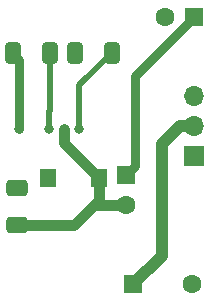
<source format=gbr>
%TF.GenerationSoftware,KiCad,Pcbnew,8.0.1-rc1*%
%TF.CreationDate,2024-10-01T19:15:30-07:00*%
%TF.ProjectId,LM2670SX-Carrier-SMD-inductor,4c4d3236-3730-4535-982d-436172726965,rev?*%
%TF.SameCoordinates,Original*%
%TF.FileFunction,Copper,L2,Bot*%
%TF.FilePolarity,Positive*%
%FSLAX46Y46*%
G04 Gerber Fmt 4.6, Leading zero omitted, Abs format (unit mm)*
G04 Created by KiCad (PCBNEW 8.0.1-rc1) date 2024-10-01 19:15:30*
%MOMM*%
%LPD*%
G01*
G04 APERTURE LIST*
G04 Aperture macros list*
%AMRoundRect*
0 Rectangle with rounded corners*
0 $1 Rounding radius*
0 $2 $3 $4 $5 $6 $7 $8 $9 X,Y pos of 4 corners*
0 Add a 4 corners polygon primitive as box body*
4,1,4,$2,$3,$4,$5,$6,$7,$8,$9,$2,$3,0*
0 Add four circle primitives for the rounded corners*
1,1,$1+$1,$2,$3*
1,1,$1+$1,$4,$5*
1,1,$1+$1,$6,$7*
1,1,$1+$1,$8,$9*
0 Add four rect primitives between the rounded corners*
20,1,$1+$1,$2,$3,$4,$5,0*
20,1,$1+$1,$4,$5,$6,$7,0*
20,1,$1+$1,$6,$7,$8,$9,0*
20,1,$1+$1,$8,$9,$2,$3,0*%
G04 Aperture macros list end*
%TA.AperFunction,SMDPad,CuDef*%
%ADD10RoundRect,0.250000X0.412500X0.650000X-0.412500X0.650000X-0.412500X-0.650000X0.412500X-0.650000X0*%
%TD*%
%TA.AperFunction,SMDPad,CuDef*%
%ADD11R,1.450000X1.490000*%
%TD*%
%TA.AperFunction,SMDPad,CuDef*%
%ADD12RoundRect,0.250000X-0.650000X0.412500X-0.650000X-0.412500X0.650000X-0.412500X0.650000X0.412500X0*%
%TD*%
%TA.AperFunction,ComponentPad*%
%ADD13R,1.700000X1.700000*%
%TD*%
%TA.AperFunction,ComponentPad*%
%ADD14O,1.700000X1.700000*%
%TD*%
%TA.AperFunction,ComponentPad*%
%ADD15R,1.600000X1.600000*%
%TD*%
%TA.AperFunction,ComponentPad*%
%ADD16C,1.600000*%
%TD*%
%TA.AperFunction,ViaPad*%
%ADD17C,0.800000*%
%TD*%
%TA.AperFunction,Conductor*%
%ADD18C,0.762000*%
%TD*%
%TA.AperFunction,Conductor*%
%ADD19C,0.889000*%
%TD*%
%TA.AperFunction,Conductor*%
%ADD20C,0.508000*%
%TD*%
%TA.AperFunction,Conductor*%
%ADD21C,1.016000*%
%TD*%
G04 APERTURE END LIST*
D10*
%TO.P,R1,1*%
%TO.N,Net-(IC1-SYNC)*%
X181800492Y-92784981D03*
%TO.P,R1,2*%
%TO.N,GND*%
X178675492Y-92784981D03*
%TD*%
D11*
%TO.P,D2,1*%
%TO.N,Net-(IC1-SWITCH_OUTPUT)*%
X176374583Y-103326798D03*
%TO.P,D2,2*%
%TO.N,GND*%
X180724583Y-103326798D03*
%TD*%
D12*
%TO.P,C4,1*%
%TO.N,+VDC*%
X173796818Y-104170090D03*
%TO.P,C4,2*%
%TO.N,GND*%
X173796818Y-107295090D03*
%TD*%
D10*
%TO.P,C3,1*%
%TO.N,Net-(IC1-CBOOST{slash}CB)*%
X176554876Y-92796435D03*
%TO.P,C3,2*%
%TO.N,Net-(IC1-SWITCH_OUTPUT)*%
X173429876Y-92796435D03*
%TD*%
D13*
%TO.P,J1,1,Pin_1*%
%TO.N,+VDC*%
X188747700Y-101470200D03*
D14*
%TO.P,J1,2,Pin_2*%
%TO.N,+3V3*%
X188747700Y-98930200D03*
%TO.P,J1,3,Pin_3*%
%TO.N,GND*%
X188747700Y-96390200D03*
%TD*%
D15*
%TO.P,C2,1*%
%TO.N,+VDC*%
X183049019Y-103113785D03*
D16*
%TO.P,C2,2*%
%TO.N,GND*%
X183049019Y-105613785D03*
%TD*%
D15*
%TO.P,C1,1*%
%TO.N,+VDC*%
X188788945Y-89705684D03*
D16*
%TO.P,C1,2*%
%TO.N,GND*%
X186288945Y-89705684D03*
%TD*%
D15*
%TO.P,C5,1*%
%TO.N,+3V3*%
X183607426Y-112364040D03*
D16*
%TO.P,C5,2*%
%TO.N,GND*%
X188607426Y-112364040D03*
%TD*%
D17*
%TO.N,GND*%
X178675492Y-92784981D03*
%TO.N,+VDC*%
X173796818Y-104170090D03*
%TO.N,GND*%
X177800000Y-99210000D03*
%TO.N,Net-(IC1-CBOOST{slash}CB)*%
X176530000Y-99210000D03*
%TO.N,Net-(IC1-SWITCH_OUTPUT)*%
X176374583Y-103326798D03*
X173990000Y-99210000D03*
%TO.N,Net-(IC1-SYNC)*%
X179070000Y-99210000D03*
%TD*%
D18*
%TO.N,+VDC*%
X183796514Y-102366290D02*
X183049019Y-103113785D01*
X183796514Y-94698115D02*
X183796514Y-102366290D01*
X188788945Y-89705684D02*
X183796514Y-94698115D01*
D19*
%TO.N,GND*%
X180724583Y-105187228D02*
X180298026Y-105613785D01*
X180724583Y-103326798D02*
X180724583Y-105187228D01*
X177800000Y-100402215D02*
X180724583Y-103326798D01*
X177800000Y-99210000D02*
X177800000Y-100402215D01*
X178616721Y-107295090D02*
X173796818Y-107295090D01*
X180298026Y-105613785D02*
X178616721Y-107295090D01*
D20*
%TO.N,Net-(IC1-SYNC)*%
X179070000Y-95515473D02*
X181800492Y-92784981D01*
X179070000Y-99210000D02*
X179070000Y-95515473D01*
%TO.N,GND*%
X177854660Y-99155340D02*
X177800000Y-99210000D01*
%TO.N,Net-(IC1-CBOOST{slash}CB)*%
X176554876Y-97663400D02*
X176554876Y-92796435D01*
X176530000Y-97688276D02*
X176554876Y-97663400D01*
D18*
%TO.N,Net-(IC1-SWITCH_OUTPUT)*%
X173990000Y-93356559D02*
X173429876Y-92796435D01*
X173990000Y-99210000D02*
X173990000Y-93356559D01*
D19*
%TO.N,GND*%
X180298026Y-105613785D02*
X183049019Y-105613785D01*
D20*
%TO.N,Net-(IC1-CBOOST{slash}CB)*%
X176530000Y-99210000D02*
X176530000Y-97688276D01*
D21*
%TO.N,+3V3*%
X187545619Y-98930200D02*
X186026176Y-100449643D01*
X186026176Y-109945290D02*
X183607426Y-112364040D01*
X188747700Y-98930200D02*
X187545619Y-98930200D01*
X186026176Y-100449643D02*
X186026176Y-109945290D01*
%TD*%
M02*

</source>
